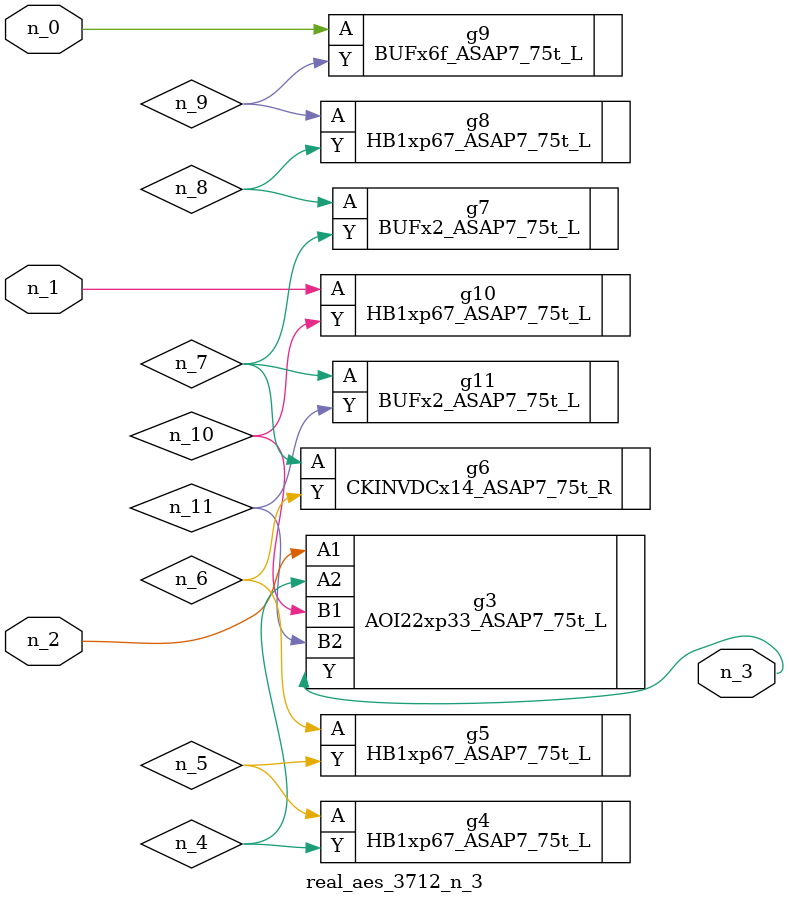
<source format=v>
module real_aes_3712_n_3 (n_0, n_2, n_1, n_3);
input n_0;
input n_2;
input n_1;
output n_3;
wire n_4;
wire n_5;
wire n_7;
wire n_8;
wire n_6;
wire n_9;
wire n_10;
wire n_11;
BUFx6f_ASAP7_75t_L g9 ( .A(n_0), .Y(n_9) );
HB1xp67_ASAP7_75t_L g10 ( .A(n_1), .Y(n_10) );
AOI22xp33_ASAP7_75t_L g3 ( .A1(n_2), .A2(n_4), .B1(n_10), .B2(n_11), .Y(n_3) );
HB1xp67_ASAP7_75t_L g4 ( .A(n_5), .Y(n_4) );
HB1xp67_ASAP7_75t_L g5 ( .A(n_6), .Y(n_5) );
CKINVDCx14_ASAP7_75t_R g6 ( .A(n_7), .Y(n_6) );
BUFx2_ASAP7_75t_L g11 ( .A(n_7), .Y(n_11) );
BUFx2_ASAP7_75t_L g7 ( .A(n_8), .Y(n_7) );
HB1xp67_ASAP7_75t_L g8 ( .A(n_9), .Y(n_8) );
endmodule
</source>
